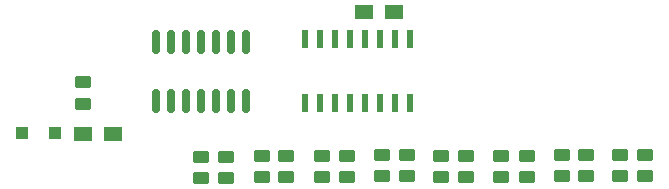
<source format=gtp>
G04 #@! TF.GenerationSoftware,KiCad,Pcbnew,(6.0.2)*
G04 #@! TF.CreationDate,2022-06-23T21:17:50+02:00*
G04 #@! TF.ProjectId,EightChannel,45696768-7443-4686-916e-6e656c2e6b69,rev?*
G04 #@! TF.SameCoordinates,Original*
G04 #@! TF.FileFunction,Paste,Top*
G04 #@! TF.FilePolarity,Positive*
%FSLAX46Y46*%
G04 Gerber Fmt 4.6, Leading zero omitted, Abs format (unit mm)*
G04 Created by KiCad (PCBNEW (6.0.2)) date 2022-06-23 21:17:50*
%MOMM*%
%LPD*%
G01*
G04 APERTURE LIST*
G04 Aperture macros list*
%AMRoundRect*
0 Rectangle with rounded corners*
0 $1 Rounding radius*
0 $2 $3 $4 $5 $6 $7 $8 $9 X,Y pos of 4 corners*
0 Add a 4 corners polygon primitive as box body*
4,1,4,$2,$3,$4,$5,$6,$7,$8,$9,$2,$3,0*
0 Add four circle primitives for the rounded corners*
1,1,$1+$1,$2,$3*
1,1,$1+$1,$4,$5*
1,1,$1+$1,$6,$7*
1,1,$1+$1,$8,$9*
0 Add four rect primitives between the rounded corners*
20,1,$1+$1,$2,$3,$4,$5,0*
20,1,$1+$1,$4,$5,$6,$7,0*
20,1,$1+$1,$6,$7,$8,$9,0*
20,1,$1+$1,$8,$9,$2,$3,0*%
G04 Aperture macros list end*
%ADD10R,1.500000X1.250000*%
%ADD11R,1.100000X1.100000*%
%ADD12RoundRect,0.250000X-0.450000X0.262500X-0.450000X-0.262500X0.450000X-0.262500X0.450000X0.262500X0*%
%ADD13RoundRect,0.250000X0.450000X-0.262500X0.450000X0.262500X-0.450000X0.262500X-0.450000X-0.262500X0*%
%ADD14R,0.600000X1.500000*%
%ADD15RoundRect,0.150000X0.150000X-0.825000X0.150000X0.825000X-0.150000X0.825000X-0.150000X-0.825000X0*%
G04 APERTURE END LIST*
D10*
X121070000Y-60330000D03*
X123570000Y-60330000D03*
X144872000Y-49969600D03*
X147372000Y-49969600D03*
D11*
X118720000Y-60230000D03*
X115920000Y-60230000D03*
D12*
X121070000Y-55967500D03*
X121070000Y-57792500D03*
D13*
X133170000Y-64102500D03*
X133170000Y-62277500D03*
X138270000Y-64002500D03*
X138270000Y-62177500D03*
X143370000Y-64002500D03*
X143370000Y-62177500D03*
X148470000Y-63902500D03*
X148470000Y-62077500D03*
X153470000Y-64002499D03*
X153470000Y-62177499D03*
D12*
X131070000Y-62267500D03*
X131070000Y-64092500D03*
X136170000Y-62177500D03*
X136170000Y-64002500D03*
X141270000Y-62177500D03*
X141270000Y-64002500D03*
X146370000Y-62077500D03*
X146370000Y-63902500D03*
X151370000Y-62177500D03*
X151370000Y-64002500D03*
D14*
X139805000Y-57720000D03*
X141075000Y-57720000D03*
X142345000Y-57720000D03*
X143615000Y-57720000D03*
X144885000Y-57720000D03*
X146155000Y-57720000D03*
X147425000Y-57720000D03*
X148695000Y-57720000D03*
X148695000Y-52320000D03*
X147425000Y-52320000D03*
X146155000Y-52320000D03*
X144885000Y-52320000D03*
X143615000Y-52320000D03*
X142345000Y-52320000D03*
X141075000Y-52320000D03*
X139805000Y-52320000D03*
D15*
X127199000Y-57524600D03*
X128469000Y-57524600D03*
X129739000Y-57524600D03*
X131009000Y-57524600D03*
X132279000Y-57524600D03*
X133549000Y-57524600D03*
X134819000Y-57524600D03*
X134819000Y-52574600D03*
X133549000Y-52574600D03*
X132279000Y-52574600D03*
X131009000Y-52574600D03*
X129739000Y-52574600D03*
X128469000Y-52574600D03*
X127199000Y-52574600D03*
D12*
X156470000Y-62177500D03*
X156470000Y-64002500D03*
X161570000Y-62077500D03*
X161570000Y-63902500D03*
D13*
X163670000Y-63902500D03*
X163670000Y-62077500D03*
X158670000Y-64002500D03*
X158670000Y-62177500D03*
D12*
X168599289Y-62103947D03*
X168599289Y-63928947D03*
D13*
X166499290Y-63928947D03*
X166499290Y-62103947D03*
M02*

</source>
